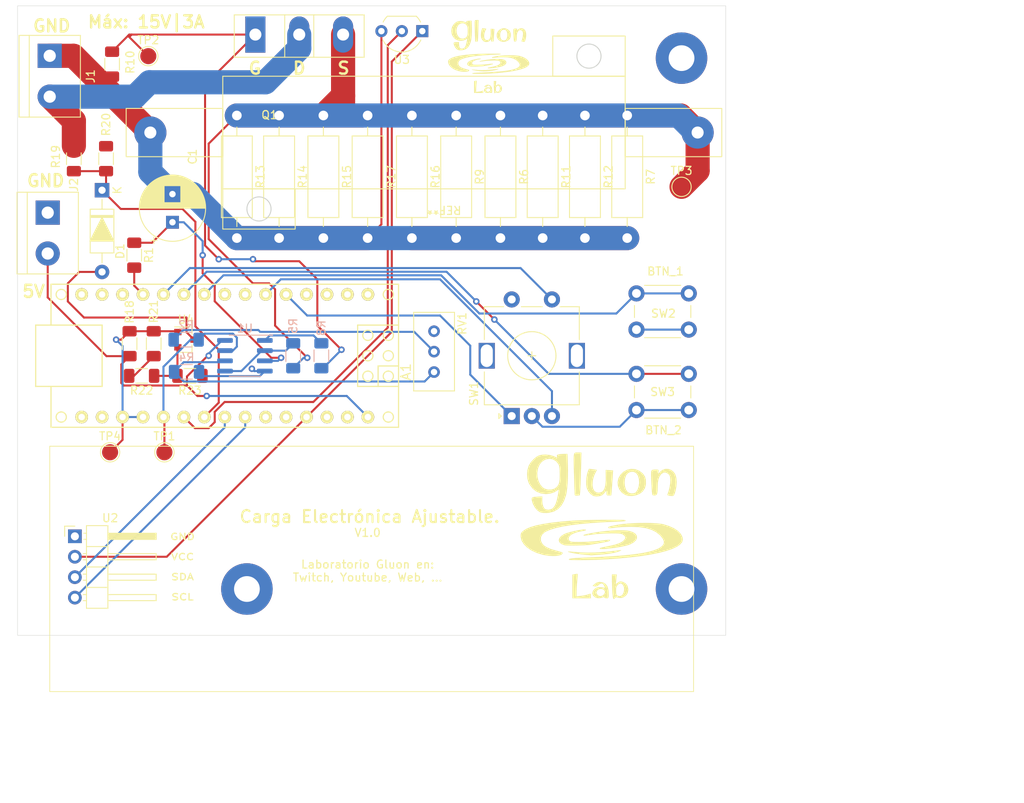
<source format=kicad_pcb>
(kicad_pcb (version 20211014) (generator pcbnew)
  (layers (0 "F.Cu" signal) (31 "B.Cu" signal) (34 "B.Paste" user) (35 "F.Paste" user) (36 "B.SilkS" user "B.Silkscreen") (37 "F.SilkS" user "F.Silkscreen") (38 "B.Mask" user) (39 "F.Mask" user) (44 "Edge.Cuts" user))
  (net 0 "")
  (net 1 "Net-(Q1-Pad1)")
  (net 2 "Analog_REF")
  (net 3 "VOLTAGE_SET")
  (net 4 "BUTTON_ROT")
  (net 5 "CURRENT_SENSE")
  (net 6 "BUTTON_BACK")
  (net 7 "TEMP_SENSOR")
  (net 8 "BUTTON_OK")
  (net 9 "VOLTAGE_SENSE")
  (net 10 "Net-(A1-Pad23)")
  (net 11 "Net-(A1-Pad24)")
  (net 12 "Net-(A1-Pad6)")
  (net 13 "Net-(A1-Pad5)")
  (net 14 "5V")
  (net 15 "V_IN")
  (net 16 "GND")
  (net 17 "Net-(C1-Pad1)")
  (net 18 "V_TEST")
  (net 19 "Net-(Q1-Pad3)")
  (net 20 "Net-(R2-Pad2)")
  (net 21 "Net-(R4-Pad2)")
  (net 22 "Net-(R5-Pad2)")
  (net 23 "Net-(R8-Pad2)")
  (net 24 "Net-(R21-Pad1)")
  (net 25 "Net-(R22-Pad1)")
  (footprint "Arduinos:arduino_nano" (layer "F.Cu") (at 123.25 81 180)
    (fp_text reference "A1" (at -22.5 -2 270) (layer "F.SilkS") (effects (font (size 1.2 1.2))))
    (fp_text value "Arduino_Nano")
    (pad "1" thru_hole circle locked (at -17.78 7.62 180) (size 1.5748 1.5748) (drill 0.8) (layers *.Cu *.Mask "F.SilkS"))
    (pad "2" thru_hole circle locked (at -15.24 7.62 180) (size 1.5748 1.5748) (drill 0.8) (layers *.Cu *.Mask "F.SilkS"))
    (pad "3" thru_hole circle locked (at -12.7 7.62 180) (size 1.5748 1.5748) (drill 0.8) (layers *.Cu *.Mask "F.SilkS"))
    (pad "4" thru_hole circle locked (at -10.16 7.62 180) (size 1.5748 1.5748) (drill 0.8) (layers *.Cu *.Mask "F.SilkS"))
    (pad "5" thru_hole circle locked (at -7.62 7.62 180) (size 1.5748 1.5748) (drill 0.8) (layers *.Cu *.Mask "F.SilkS") (net 13 "Net-(A1-Pad5)"))
    (pad "6" thru_hole circle locked (at -5.08 7.62 180) (size 1.5748 1.5748) (drill 0.8) (layers *.Cu *.Mask "F.SilkS") (net 12 "Net-(A1-Pad6)"))
    (pad "7" thru_hole circle locked (at -2.54 7.62 180) (size 1.5748 1.5748) (drill 0.8) (layers *.Cu *.Mask "F.SilkS"))
    (pad "8" thru_hole circle locked (at 0 7.62 180) (size 1.5748 1.5748) (drill 0.8) (layers *.Cu *.Mask "F.SilkS"))
    (pad "9" thru_hole circle locked (at 2.54 7.62 180) (size 1.5748 1.5748) (drill 0.8) (layers *.Cu *.Mask "F.SilkS") (net 8 "BUTTON_OK"))
    (pad "10" thru_hole circle locked (at 5.08 7.62 180) (size 1.5748 1.5748) (drill 0.8) (layers *.Cu *.Mask "F.SilkS") (net 6 "BUTTON_BACK"))
    (pad "11" thru_hole circle locked (at 7.62 7.62 180) (size 1.5748 1.5748) (drill 0.8) (layers *.Cu *.Mask "F.SilkS") (net 4 "BUTTON_ROT"))
    (pad "12" thru_hole circle locked (at 10.16 7.62 180) (size 1.5748 1.5748) (drill 0.8) (layers *.Cu *.Mask "F.SilkS") (net 3 "VOLTAGE_SET"))
    (pad "13" thru_hole circle locked (at 12.7 7.62 180) (size 1.5748 1.5748) (drill 0.8) (layers *.Cu *.Mask "F.SilkS"))
    (pad "14" thru_hole circle locked (at 15.24 7.62 180) (size 1.5748 1.5748) (drill 0.8) (layers *.Cu *.Mask "F.SilkS"))
    (pad "15" thru_hole circle locked (at 17.78 7.62 180) (size 1.5748 1.5748) (drill 0.8) (layers *.Cu *.Mask "F.SilkS"))
    (pad "16" thru_hole circle locked (at 17.78 -7.62 180) (size 1.5748 1.5748) (drill 0.8) (layers *.Cu *.Mask "F.SilkS"))
    (pad "17" thru_hole circle locked (at 15.24 -7.62 180) (size 1.5748 1.5748) (drill 0.8) (layers *.Cu *.Mask "F.SilkS"))
    (pad "18" thru_hole circle locked (at 12.7 -7.62 180) (size 1.5748 1.5748) (drill 0.8) (layers *.Cu *.Mask "F.SilkS") (net 2 "Analog_REF"))
    (pad "19" thru_hole circle locked (at 10.16 -7.62 180) (size 1.5748 1.5748) (drill 0.8) (layers *.Cu *.Mask "F.SilkS") (net 2 "Analog_REF"))
    (pad "20" thru_hole circle locked (at 7.62 -7.62 180) (size 1.5748 1.5748) (drill 0.8) (layers *.Cu *.Mask "F.SilkS") (net 5 "CURRENT_SENSE"))
    (pad "21" thru_hole circle locked (at 5.08 -7.62 180) (size 1.5748 1.5748) (drill 0.8) (layers *.Cu *.Mask "F.SilkS") (net 7 "TEMP_SENSOR"))
    (pad "22" thru_hole circle locked (at 2.54 -7.62 180) (size 1.5748 1.5748) (drill 0.8) (layers *.Cu *.Mask "F.SilkS") (net 9 "VOLTAGE_SENSE"))
    (pad "23" thru_hole circle locked (at 0 -7.62 180) (size 1.5748 1.5748) (drill 0.8) (layers *.Cu *.Mask "F.SilkS") (net 10 "Net-(A1-Pad23)"))
    (pad "24" thru_hole circle locked (at -2.54 -7.62 180) (size 1.5748 1.5748) (drill 0.8) (layers *.Cu *.Mask "F.SilkS") (net 11 "Net-(A1-Pad24)"))
    (pad "25" thru_hole circle locked (at -5.08 -7.62 180) (size 1.5748 1.5748) (drill 0.8) (layers *.Cu *.Mask "F.SilkS"))
    (pad "26" thru_hole circle locked (at -7.62 -7.62 180) (size 1.5748 1.5748) (drill 0.8) (layers *.Cu *.Mask "F.SilkS"))
    (pad "27" thru_hole circle locked (at -10.16 -7.62 180) (size 1.5748 1.5748) (drill 0.8) (layers *.Cu *.Mask "F.SilkS") (net 14 "5V"))
    (pad "28" thru_hole circle locked (at -12.7 -7.62 180) (size 1.5748 1.5748) (drill 0.8) (layers *.Cu *.Mask "F.SilkS"))
    (pad "29" thru_hole circle locked (at -15.24 -7.62 180) (size 1.5748 1.5748) (drill 0.8) (layers *.Cu *.Mask "F.SilkS"))
    (pad "30" thru_hole circle locked (at -17.78 -7.62 180) (size 1.5748 1.5748) (drill 0.8) (layers *.Cu *.Mask "F.SilkS") (net 15 "V_IN"))
  )
  (footprint "TerminalBlock:TerminalBlock_bornier-2_P5.08mm" (layer "F.Cu") (at 101.5 43.71 -90)
    (fp_text reference "J1" (at 2.54 -5.08 -90) (layer "F.SilkS"))
    (fp_text value "Voltage_test")
    (pad "1" thru_hole rect locked (at 0 0 270) (size 3 3) (drill 1.52) (layers *.Cu *.Mask) (net 16 "GND"))
    (pad "2" thru_hole circle locked (at 5.08 0 270) (size 3 3) (drill 1.52) (layers *.Cu *.Mask) (net 18 "V_TEST"))
  )
  (footprint "Package_TO_SOT_THT:TO-247-3_Vertical" (layer "F.Cu") (at 127.05 41.07)
    (fp_text reference "Q1" (at 1.75 10) (layer "F.SilkS"))
    (fp_text value "IRFP460")
    (pad "1" thru_hole rect locked (at 0 0) (size 2.5 4.5) (drill 1.5) (layers *.Cu *.Mask) (net 1 "Net-(Q1-Pad1)"))
    (pad "2" thru_hole oval locked (at 5.45 0) (size 2.5 4.5) (drill 1.5) (layers *.Cu *.Mask) (net 18 "V_TEST"))
    (pad "3" thru_hole oval locked (at 10.9 0) (size 2.5 4.5) (drill 1.5) (layers *.Cu *.Mask) (net 19 "Net-(Q1-Pad3)"))
  )
  (footprint "Resistor_SMD:R_1206_3216Metric_Pad1.30x1.75mm_HandSolder" (layer "F.Cu") (at 112 68.5 -90)
    (fp_text reference "R1" (at 0 -1.82 90) (layer "F.SilkS"))
    (fp_text value "470R")
    (pad "1" smd roundrect locked (at -1.55 0 270) (size 1.3 1.75) (layers "F.Cu" "F.Paste" "F.Mask") (roundrect_rratio 0.192308) (net 17 "Net-(C1-Pad1)"))
    (pad "2" smd roundrect locked (at 1.55 0 270) (size 1.3 1.75) (layers "F.Cu" "F.Paste" "F.Mask") (roundrect_rratio 0.192308) (net 3 "VOLTAGE_SET"))
  )
  (footprint "Resistor_THT:R_Axial_DIN0411_L9.9mm_D3.6mm_P15.24mm_Horizontal" (layer "F.Cu") (at 157.5 51.13 -90)
    (fp_text reference "R6" (at 7.62 -2.92 90) (layer "F.SilkS"))
    (fp_text value "1/1W")
    (pad "1" thru_hole circle locked (at 0 0 270) (size 2.4 2.4) (drill 1.2) (layers *.Cu *.Mask) (net 19 "Net-(Q1-Pad3)"))
    (pad "2" thru_hole oval locked (at 15.24 0 270) (size 2.4 2.4) (drill 1.2) (layers *.Cu *.Mask) (net 16 "GND"))
  )
  (footprint "Resistor_THT:R_Axial_DIN0411_L9.9mm_D3.6mm_P15.24mm_Horizontal" (layer "F.Cu") (at 173.25 51.13 -90)
    (fp_text reference "R7" (at 7.62 -2.92 90) (layer "F.SilkS"))
    (fp_text value "1/1W")
    (pad "1" thru_hole circle locked (at 0 0 270) (size 2.4 2.4) (drill 1.2) (layers *.Cu *.Mask) (net 19 "Net-(Q1-Pad3)"))
    (pad "2" thru_hole oval locked (at 15.24 0 270) (size 2.4 2.4) (drill 1.2) (layers *.Cu *.Mask) (net 16 "GND"))
  )
  (footprint "Resistor_THT:R_Axial_DIN0411_L9.9mm_D3.6mm_P15.24mm_Horizontal" (layer "F.Cu") (at 152 51.13 -90)
    (fp_text reference "R9" (at 7.62 -2.92 90) (layer "F.SilkS"))
    (fp_text value "1/1w")
    (pad "1" thru_hole circle locked (at 0 0 270) (size 2.4 2.4) (drill 1.2) (layers *.Cu *.Mask) (net 19 "Net-(Q1-Pad3)"))
    (pad "2" thru_hole oval locked (at 15.24 0 270) (size 2.4 2.4) (drill 1.2) (layers *.Cu *.Mask) (net 16 "GND"))
  )
  (footprint "Resistor_SMD:R_1206_3216Metric_Pad1.30x1.75mm_HandSolder" (layer "F.Cu") (at 109.25 44.75 -90)
    (fp_text reference "R10" (at -0.25 -2.25 90) (layer "F.SilkS"))
    (fp_text value " 1Meg")
    (pad "1" smd roundrect locked (at -1.55 0 270) (size 1.3 1.75) (layers "F.Cu" "F.Paste" "F.Mask") (roundrect_rratio 0.192308) (net 1 "Net-(Q1-Pad1)"))
    (pad "2" smd roundrect locked (at 1.55 0 270) (size 1.3 1.75) (layers "F.Cu" "F.Paste" "F.Mask") (roundrect_rratio 0.192308) (net 16 "GND"))
  )
  (footprint "Resistor_THT:R_Axial_DIN0411_L9.9mm_D3.6mm_P15.24mm_Horizontal" (layer "F.Cu") (at 162.75 51.13 -90)
    (fp_text reference "R11" (at 7.62 -2.92 90) (layer "F.SilkS"))
    (fp_text value "1/1w")
    (pad "1" thru_hole circle locked (at 0 0 270) (size 2.4 2.4) (drill 1.2) (layers *.Cu *.Mask) (net 19 "Net-(Q1-Pad3)"))
    (pad "2" thru_hole oval locked (at 15.24 0 270) (size 2.4 2.4) (drill 1.2) (layers *.Cu *.Mask) (net 16 "GND"))
  )
  (footprint "Resistor_THT:R_Axial_DIN0411_L9.9mm_D3.6mm_P15.24mm_Horizontal" (layer "F.Cu") (at 168 51.13 -90)
    (fp_text reference "R12" (at 7.62 -2.92 90) (layer "F.SilkS"))
    (fp_text value "1/1w")
    (pad "1" thru_hole circle locked (at 0 0 270) (size 2.4 2.4) (drill 1.2) (layers *.Cu *.Mask) (net 19 "Net-(Q1-Pad3)"))
    (pad "2" thru_hole oval locked (at 15.24 0 270) (size 2.4 2.4) (drill 1.2) (layers *.Cu *.Mask) (net 16 "GND"))
  )
  (footprint "Capacitor_THT:CP_Radial_D8.0mm_P3.50mm" (layer "F.Cu") (at 116.75 64.402651 90)
    (fp_text reference "C1" (at 8.152651 2.5 90) (layer "F.SilkS"))
    (fp_text value "470uF")
    (pad "1" thru_hole rect locked (at 0 0 90) (size 1.6 1.6) (drill 0.8) (layers *.Cu *.Mask) (net 17 "Net-(C1-Pad1)"))
    (pad "2" thru_hole circle locked (at 3.5 0 90) (size 1.6 1.6) (drill 0.8) (layers *.Cu *.Mask) (net 16 "GND"))
  )
  (footprint "Diode_THT:D_A-405_P10.16mm_Horizontal" (layer "F.Cu") (at 108 60.42 -90)
    (fp_text reference "D1" (at 7.58 -2.25 90) (layer "F.SilkS"))
    (fp_text value "Zener 5v")
    (fp_text user "K" (at 0 -1.9 90) (layer "F.SilkS"))
    (pad "1" thru_hole rect locked (at 0 0 270) (size 1.8 1.8) (drill 0.9) (layers *.Cu *.Mask) (net 9 "VOLTAGE_SENSE"))
    (pad "2" thru_hole oval locked (at 10.16 0 270) (size 1.8 1.8) (drill 0.9) (layers *.Cu *.Mask) (net 16 "GND"))
  )
  (footprint "TerminalBlock:TerminalBlock_bornier-2_P5.08mm" (layer "F.Cu") (at 101.25 63.21 -90)
    (fp_text reference "J2" (at -3.46 -3.25 -90) (layer "F.SilkS"))
    (fp_text value "Voltage_IN")
    (pad "1" thru_hole rect locked (at 0 0 270) (size 3 3) (drill 1.52) (layers *.Cu *.Mask) (net 16 "GND"))
    (pad "2" thru_hole circle locked (at 5.08 0 270) (size 3 3) (drill 1.52) (layers *.Cu *.Mask) (net 15 "V_IN"))
  )
  (footprint "Resistor_THT:R_Axial_DIN0411_L9.9mm_D3.6mm_P15.24mm_Horizontal" (layer "F.Cu") (at 124.75 51.13 -90)
    (fp_text reference "R13" (at 7.62 -2.92 90) (layer "F.SilkS"))
    (fp_text value "1/1W")
    (pad "1" thru_hole circle locked (at 0 0 270) (size 2.4 2.4) (drill 1.2) (layers *.Cu *.Mask) (net 19 "Net-(Q1-Pad3)"))
    (pad "2" thru_hole oval locked (at 15.24 0 270) (size 2.4 2.4) (drill 1.2) (layers *.Cu *.Mask) (net 16 "GND"))
  )
  (footprint "Resistor_THT:R_Axial_DIN0411_L9.9mm_D3.6mm_P15.24mm_Horizontal" (layer "F.Cu") (at 130 51.13 -90)
    (fp_text reference "R14" (at 7.62 -2.92 90) (layer "F.SilkS"))
    (fp_text value "1/1w")
    (pad "1" thru_hole circle locked (at 0 0 270) (size 2.4 2.4) (drill 1.2) (layers *.Cu *.Mask) (net 19 "Net-(Q1-Pad3)"))
    (pad "2" thru_hole oval locked (at 15.24 0 270) (size 2.4 2.4) (drill 1.2) (layers *.Cu *.Mask) (net 16 "GND"))
  )
  (footprint "Resistor_THT:R_Axial_DIN0411_L9.9mm_D3.6mm_P15.24mm_Horizontal" (layer "F.Cu") (at 135.5 51.13 -90)
    (fp_text reference "R15" (at 7.62 -2.92 90) (layer "F.SilkS"))
    (fp_text value "1/1w")
    (pad "1" thru_hole circle locked (at 0 0 270) (size 2.4 2.4) (drill 1.2) (layers *.Cu *.Mask) (net 19 "Net-(Q1-Pad3)"))
    (pad "2" thru_hole oval locked (at 15.24 0 270) (size 2.4 2.4) (drill 1.2) (layers *.Cu *.Mask) (net 16 "GND"))
  )
  (footprint "Resistor_THT:R_Axial_DIN0411_L9.9mm_D3.6mm_P15.24mm_Horizontal" (layer "F.Cu") (at 146.5 51.13 -90)
    (fp_text reference "R16" (at 7.62 -2.92 90) (layer "F.SilkS"))
    (fp_text value "1/1w")
    (pad "1" thru_hole circle locked (at 0 0 270) (size 2.4 2.4) (drill 1.2) (layers *.Cu *.Mask) (net 19 "Net-(Q1-Pad3)"))
    (pad "2" thru_hole oval locked (at 15.24 0 270) (size 2.4 2.4) (drill 1.2) (layers *.Cu *.Mask) (net 16 "GND"))
  )
  (footprint "Resistor_THT:R_Axial_DIN0411_L9.9mm_D3.6mm_P15.24mm_Horizontal" (layer "F.Cu") (at 141 51.13 -90)
    (fp_text reference "R17" (at 7.62 -2.92 90) (layer "F.SilkS"))
    (fp_text value "1/1W")
    (pad "1" thru_hole circle locked (at 0 0 270) (size 2.4 2.4) (drill 1.2) (layers *.Cu *.Mask) (net 19 "Net-(Q1-Pad3)"))
    (pad "2" thru_hole oval locked (at 15.24 0 270) (size 2.4 2.4) (drill 1.2) (layers *.Cu *.Mask) (net 16 "GND"))
  )
  (footprint "Resistor_SMD:R_1206_3216Metric_Pad1.30x1.75mm_HandSolder" (layer "F.Cu") (at 111.42 79.5 -90)
    (fp_text reference "R18" (at -3.95 0 -90) (layer "F.SilkS"))
    (fp_text value "680")
    (pad "1" smd roundrect locked (at -1.55 0 270) (size 1.3 1.75) (layers "F.Cu" "F.Paste" "F.Mask") (roundrect_rratio 0.192308) (net 2 "Analog_REF"))
    (pad "2" smd roundrect locked (at 1.55 0 270) (size 1.3 1.75) (layers "F.Cu" "F.Paste" "F.Mask") (roundrect_rratio 0.192308) (net 15 "V_IN"))
  )
  (footprint "Resistor_SMD:R_1206_3216Metric_Pad1.30x1.75mm_HandSolder" (layer "F.Cu") (at 104.5 56.5 90)
    (fp_text reference "R19" (at 0.25 -2.25 90) (layer "F.SilkS"))
    (fp_text value "33k")
    (pad "1" smd roundrect locked (at -1.55 0 90) (size 1.3 1.75) (layers "F.Cu" "F.Paste" "F.Mask") (roundrect_rratio 0.192308) (net 9 "VOLTAGE_SENSE"))
    (pad "2" smd roundrect locked (at 1.55 0 90) (size 1.3 1.75) (layers "F.Cu" "F.Paste" "F.Mask") (roundrect_rratio 0.192308) (net 18 "V_TEST"))
  )
  (footprint "Resistor_SMD:R_1206_3216Metric_Pad1.30x1.75mm_HandSolder" (layer "F.Cu") (at 108.5 56.5 -90)
    (fp_text reference "R20" (at -4.25 0 90) (layer "F.SilkS"))
    (fp_text value "10k")
    (pad "1" smd roundrect locked (at -1.55 0 270) (size 1.3 1.75) (layers "F.Cu" "F.Paste" "F.Mask") (roundrect_rratio 0.192308) (net 16 "GND"))
    (pad "2" smd roundrect locked (at 1.55 0 270) (size 1.3 1.75) (layers "F.Cu" "F.Paste" "F.Mask") (roundrect_rratio 0.192308) (net 9 "VOLTAGE_SENSE"))
  )
  (footprint "Resistor_SMD:R_1206_3216Metric_Pad1.30x1.75mm_HandSolder" (layer "F.Cu") (at 114.42 79.5 90)
    (fp_text reference "R21" (at 4 0 90) (layer "F.SilkS"))
    (fp_text value "330")
    (pad "1" smd roundrect locked (at -1.55 0 90) (size 1.3 1.75) (layers "F.Cu" "F.Paste" "F.Mask") (roundrect_rratio 0.192308) (net 24 "Net-(R21-Pad1)"))
    (pad "2" smd roundrect locked (at 1.55 0 90) (size 1.3 1.75) (layers "F.Cu" "F.Paste" "F.Mask") (roundrect_rratio 0.192308) (net 2 "Analog_REF"))
  )
  (footprint "Resistor_SMD:R_1206_3216Metric_Pad1.30x1.75mm_HandSolder" (layer "F.Cu") (at 112.92 83.5 180)
    (fp_text reference "R22" (at 0 -1.82) (layer "F.SilkS"))
    (fp_text value "2k2")
    (pad "1" smd roundrect locked (at -1.55 0 180) (size 1.3 1.75) (layers "F.Cu" "F.Paste" "F.Mask") (roundrect_rratio 0.192308) (net 25 "Net-(R22-Pad1)"))
    (pad "2" smd roundrect locked (at 1.55 0 180) (size 1.3 1.75) (layers "F.Cu" "F.Paste" "F.Mask") (roundrect_rratio 0.192308) (net 24 "Net-(R21-Pad1)"))
  )
  (footprint "Resistor_SMD:R_1206_3216Metric_Pad1.30x1.75mm_HandSolder" (layer "F.Cu") (at 118.92 83.5 180)
    (fp_text reference "R23" (at 0 -1.82) (layer "F.SilkS"))
    (fp_text value "1k5")
    (pad "1" smd roundrect locked (at -1.55 0 180) (size 1.3 1.75) (layers "F.Cu" "F.Paste" "F.Mask") (roundrect_rratio 0.192308) (net 16 "GND"))
    (pad "2" smd roundrect locked (at 1.55 0 180) (size 1.3 1.75) (layers "F.Cu" "F.Paste" "F.Mask") (roundrect_rratio 0.192308) (net 25 "Net-(R22-Pad1)"))
  )
  (footprint "Potentiometer_THT:Potentiometer_Bourns_3296W_Vertical" (layer "F.Cu") (at 149.25 77.95 90)
    (fp_text reference "RV1" (at 0.95 3.5 90) (layer "F.SilkS"))
    (fp_text value "200")
    (pad "1" thru_hole circle locked (at 0 0 90) (size 1.44 1.44) (drill 0.8) (layers *.Cu *.Mask))
    (pad "2" thru_hole circle locked (at -2.54 0 90) (size 1.44 1.44) (drill 0.8) (layers *.Cu *.Mask) (net 20 "Net-(R2-Pad2)"))
    (pad "3" thru_hole circle locked (at -5.08 0 90) (size 1.44 1.44) (drill 0.8) (layers *.Cu *.Mask) (net 21 "Net-(R4-Pad2)"))
  )
  (footprint "Rotary_Encoder:RotaryEncoder_Alps_EC11E-Switch_Vertical_H20mm" (layer "F.Cu") (at 158.9 88.5 90)
    (fp_text reference "SW1" (at 2.8 -4.7 90) (layer "F.SilkS"))
    (fp_text value "Rotary_Encoder_Switch")
    (pad "A" thru_hole rect locked (at 0 0 90) (size 2 2) (drill 1) (layers *.Cu *.Mask) (net 13 "Net-(A1-Pad5)"))
    (pad "B" thru_hole circle locked (at 0 5 90) (size 2 2) (drill 1) (layers *.Cu *.Mask) (net 12 "Net-(A1-Pad6)"))
    (pad "C" thru_hole circle locked (at 0 2.5 90) (size 2 2) (drill 1) (layers *.Cu *.Mask) (net 16 "GND"))
    (pad "MP" thru_hole rect locked (at 7.5 8.1 90) (size 3.2 2) (drill oval 2.8 1.5) (layers *.Cu *.Mask))
    (pad "MP" thru_hole rect locked (at 7.5 -3.1 90) (size 3.2 2) (drill oval 2.8 1.5) (layers *.Cu *.Mask))
    (pad "S1" thru_hole circle locked (at 14.5 5 90) (size 2 2) (drill 1) (layers *.Cu *.Mask) (net 4 "BUTTON_ROT"))
    (pad "S2" thru_hole circle locked (at 14.5 0 90) (size 2 2) (drill 1) (layers *.Cu *.Mask) (net 16 "GND"))
  )
  (footprint "Button_Switch_THT:SW_PUSH_6mm_H4.3mm" (layer "F.Cu") (at 180.9 77.75 180)
    (fp_text reference "SW2" (at 3.15 2) (layer "F.SilkS"))
    (fp_text value "Btn.OK")
    (pad "1" thru_hole circle locked (at 6.5 0 270) (size 2 2) (drill 1.1) (layers *.Cu *.Mask) (net 16 "GND"))
    (pad "1" thru_hole circle locked (at 0 0 270) (size 2 2) (drill 1.1) (layers *.Cu *.Mask) (net 16 "GND"))
    (pad "2" thru_hole circle locked (at 0 4.5 270) (size 2 2) (drill 1.1) (layers *.Cu *.Mask) (net 8 "BUTTON_OK"))
    (pad "2" thru_hole circle locked (at 6.5 4.5 270) (size 2 2) (drill 1.1) (layers *.Cu *.Mask) (net 8 "BUTTON_OK"))
  )
  (footprint "Button_Switch_THT:SW_PUSH_6mm_H4.3mm" (layer "F.Cu") (at 180.9 87.75 180)
    (fp_text reference "SW3" (at 3.25 2.25) (layer "F.SilkS"))
    (fp_text value "Btn.BCK")
    (pad "1" thru_hole circle locked (at 6.5 0 270) (size 2 2) (drill 1.1) (layers *.Cu *.Mask) (net 16 "GND"))
    (pad "1" thru_hole circle locked (at 0 0 270) (size 2 2) (drill 1.1) (layers *.Cu *.Mask) (net 16 "GND"))
    (pad "2" thru_hole circle locked (at 0 4.5 270) (size 2 2) (drill 1.1) (layers *.Cu *.Mask) (net 6 "BUTTON_BACK"))
    (pad "2" thru_hole circle locked (at 6.5 4.5 270) (size 2 2) (drill 1.1) (layers *.Cu *.Mask) (net 6 "BUTTON_BACK"))
  )
  (footprint "Connector_PinHeader_2.54mm:PinHeader_1x04_P2.54mm_Horizontal" (layer "F.Cu") (at 104.625 103.45)
    (fp_text reference "U2" (at 4.385 -2.27) (layer "F.SilkS"))
    (fp_text value "Pantalla_LCD_16x2_i2c")
    (pad "1" thru_hole rect locked (at 0 0) (size 1.7 1.7) (drill 1) (layers *.Cu *.Mask) (net 16 "GND"))
    (pad "2" thru_hole oval locked (at 0 2.54) (size 1.7 1.7) (drill 1) (layers *.Cu *.Mask) (net 14 "5V"))
    (pad "3" thru_hole oval locked (at 0 5.08) (size 1.7 1.7) (drill 1) (layers *.Cu *.Mask) (net 10 "Net-(A1-Pad23)"))
    (pad "4" thru_hole oval locked (at 0 7.62) (size 1.7 1.7) (drill 1) (layers *.Cu *.Mask) (net 11 "Net-(A1-Pad24)"))
  )
  (footprint "Package_TO_SOT_SMD:SOT-23" (layer "F.Cu") (at 118.42 79)
    (fp_text reference "U4" (at 0 -2.5) (layer "F.SilkS"))
    (fp_text value "TL431DBZ")
    (pad "1" smd rect locked (at -1 -0.95) (size 0.9 0.8) (layers "F.Cu" "F.Paste" "F.Mask") (net 2 "Analog_REF"))
    (pad "2" smd rect locked (at -1 0.95) (size 0.9 0.8) (layers "F.Cu" "F.Paste" "F.Mask") (net 25 "Net-(R22-Pad1)"))
    (pad "3" smd rect locked (at 1 0) (size 0.9 0.8) (layers "F.Cu" "F.Paste" "F.Mask") (net 16 "GND"))
  )
  (footprint "Package_TO_SOT_THT:TO-92_Inline_Wide" (layer "F.Cu") (at 147.79 40.64 180)
    (fp_text reference "U3" (at 2.54 -3.56) (layer "F.SilkS"))
    (fp_text value "LM35-LP")
    (pad "1" thru_hole rect locked (at 0 0 180) (size 1.5 1.5) (drill 0.8) (layers *.Cu *.Mask) (net 14 "5V"))
    (pad "2" thru_hole circle locked (at 2.54 0 180) (size 1.5 1.5) (drill 0.8) (layers *.Cu *.Mask) (net 7 "TEMP_SENSOR"))
    (pad "3" thru_hole circle locked (at 5.08 0 180) (size 1.5 1.5) (drill 0.8) (layers *.Cu *.Mask) (net 16 "GND"))
  )
  (footprint "TestPoint:TestPoint_Pad_D2.0mm" (layer "F.Cu") (at 115.75 93)
    (fp_text reference "TP1" (at 0 -1.998) (layer "F.SilkS"))
    (fp_text value "TestPoint")
    (pad "1" smd circle locked (at 0 0) (size 2 2) (layers "F.Cu" "F.Mask") (net 5 "CURRENT_SENSE"))
  )
  (footprint "GluonLib:PowerResistor_L49_W14_MountingHoles" (layer "F.Cu") (at 148 53.25)
    (fp_text reference "REF**" (at 2.5 9.63 180 unlocked) (layer "F.SilkS"))
    (fp_text value "PowerResistor_L49_W14_MountingHoles")
    (fp_circle (center 20.5 -9.5) (end 22 -9.5) (layer "Edge.Cuts") (width 0.12) (fill none))
    (fp_circle (center -20.5 9.5) (end -19 9.5) (layer "Edge.Cuts") (width 0.12) (fill none))
    (pad "1" thru_hole circle (at 34 0) (size 4 4) (drill 1.5) (layers *.Cu *.Mask) (net 19 "Net-(Q1-Pad3)"))
    (pad "2" thru_hole circle (at -34 0) (size 4 4) (drill 1.5) (layers *.Cu *.Mask) (net 16 "GND"))
  )
  (footprint "GluonLib:LogoGluon_25mm" (layer "F.Cu") (at 170 101.5)
    (fp_text reference "G***" hide)
    (fp_text value "LOGO" hide)
  )
  (footprint "MountingHole:MountingHole_3.2mm_M3_Pad_TopBottom" (layer "F.Cu") (at 126 110)
    (fp_text reference "REF**" hide)
    (fp_text value "MountingHole_3.2mm_M3_Pad_TopBottom")
    (pad "1" connect circle locked (at 0 0) (size 6.4 6.4) (layers "F.Cu" "F.Mask"))
    (pad "1" thru_hole circle locked (at 0 0) (size 3.6 3.6) (drill 3.2) (layers *.Cu *.Mask))
    (pad "1" connect circle locked (at 0 0) (size 6.4 6.4) (layers "B.Cu" "B.Mask"))
  )
  (footprint "TestPoint:TestPoint_Pad_D2.0mm" (layer "F.Cu") (at 113.75 43.75)
    (fp_text reference "TP2" (at 0 -1.998) (layer "F.SilkS"))
    (fp_text value "TestPoint")
    (pad "1" smd circle locked (at 0 0) (size 2 2) (layers "F.Cu" "F.Mask") (net 1 "Net-(Q1-Pad1)"))
  )
  (footprint "MountingHole:MountingHole_3.2mm_M3_Pad_TopBottom" (layer "F.Cu") (at 180 44)
    (fp_text reference "REF**" hide)
    (fp_text value "MountingHole_3.2mm_M3_Pad_TopBottom")
    (pad "1" connect circle locked (at 0 0) (size 6.4 6.4) (layers "F.Cu" "F.Mask"))
    (pad "1" thru_hole circle locked (at 0 0) (size 3.6 3.6) (drill 3.2) (layers *.Cu *.Mask))
    (pad "1" connect circle locked (at 0 0) (size 6.4 6.4) (layers "B.Cu" "B.Mask"))
  )
  (footprint "TestPoint:TestPoint_Pad_D2.0mm" (layer "F.Cu") (at 180 60)
    (fp_text reference "TP3" (at 0 -1.998) (layer "F.SilkS"))
    (fp_text value "TestPoint")
    (pad "1" smd circle locked (at 0 0) (size 2 2) (layers "F.Cu" "F.Mask") (net 19 "Net-(Q1-Pad3)"))
  )
  (footprint "GluonLib:g" (layer "F.Cu") (at 156 43.5)
    (fp_text reference "G***" hide)
    (fp_text value "LOGO" hide)
  )
  (footprint "MountingHole:MountingHole_3.2mm_M3_Pad_TopBottom" (layer "F.Cu") (at 180 110)
    (fp_text reference "REF**" hide)
    (fp_text value "MountingHole_3.2mm_M3_Pad_TopBottom")
    (pad "1" connect circle locked (at 0 0) (size 6.4 6.4) (layers "B.Cu" "B.Mask"))
    (pad "1" thru_hole circle locked (at 0 0) (size 3.6 3.6) (drill 3.2) (layers *.Cu *.Mask))
    (pad "1" connect circle locked (at 0 0) (size 6.4 6.4) (layers "F.Cu" "F.Mask"))
  )
  (footprint "TestPoint:TestPoint_Pad_D2.0mm" (layer "F.Cu") (at 109 93)
    (fp_text reference "TP4" (at 0 -1.998) (layer "F.SilkS"))
    (fp_text value "AnalogRef")
    (pad "1" smd circle locked (at 0 0) (size 2 2) (layers "F.Cu" "F.Mask") (net 2 "Analog_REF"))
  )
  (footprint "Resistor_SMD:R_1206_3216Metric_Pad1.30x1.75mm_HandSolder" (layer "B.Cu") (at 118.45 79 180)
    (fp_text reference "R2" (at 0 1.82) (layer "B.SilkS") (effects (justify mirror)))
    (fp_text value "1k")
    (pad "1" smd roundrect locked (at -1.55 0 180) (size 1.3 1.75) (layers "B.Cu" "B.Paste" "B.Mask") (roundrect_rratio 0.192308) (net 5 "CURRENT_SENSE"))
    (pad "2" smd roundrect locked (at 1.55 0 180) (size 1.3 1.75) (layers "B.Cu" "B.Paste" "B.Mask") (roundrect_rratio 0.192308) (net 20 "Net-(R2-Pad2)"))
  )
  (footprint "Resistor_SMD:R_1206_3216Metric_Pad1.30x1.75mm_HandSolder" (layer "B.Cu") (at 118.5 83 180)
    (fp_text reference "R4" (at 0 1.82) (layer "B.SilkS") (effects (justify mirror)))
    (fp_text value "3k3")
    (pad "1" smd roundrect locked (at -1.55 0 180) (size 1.3 1.75) (layers "B.Cu" "B.Paste" "B.Mask") (roundrect_rratio 0.192308) (net 16 "GND"))
    (pad "2" smd roundrect locked (at 1.55 0 180) (size 1.3 1.75) (layers "B.Cu" "B.Paste" "B.Mask") (roundrect_rratio 0.192308) (net 21 "Net-(R4-Pad2)"))
  )
  (footprint "Resistor_SMD:R_1206_3216Metric_Pad1.30x1.75mm_HandSolder" (layer "B.Cu") (at 131.75 81 90)
    (fp_text reference "R5" (at 3.7 0 90) (layer "B.SilkS") (effects (justify mirror)))
    (fp_text value "10k; 1/4w")
    (pad "1" smd roundrect locked (at -1.55 0 90) (size 1.3 1.75) (layers "B.Cu" "B.Paste" "B.Mask") (roundrect_rratio 0.192308) (net 19 "Net-(Q1-Pad3)"))
    (pad "2" smd roundrect locked (at 1.55 0 90) (size 1.3 1.75) (layers "B.Cu" "B.Paste" "B.Mask") (roundrect_rratio 0.192308) (net 22 "Net-(R5-Pad2)"))
  )
  (footprint "Resistor_SMD:R_1206_3216Metric_Pad1.30x1.75mm_HandSolder" (layer "B.Cu") (at 135.25 81 90)
    (fp_text reference "R8" (at 3.45 0 90) (layer "B.SilkS") (effects (justify mirror)))
    (fp_text value "100")
    (pad "1" smd roundrect locked (at -1.55 0 90) (size 1.3 1.75) (layers "B.Cu" "B.Paste" "B.Mask") (roundrect_rratio 0.192308) (net 1 "Net-(Q1-Pad1)"))
    (pad "2" smd roundrect locked (at 1.55 0 90) (size 1.3 1.75) (layers "B.Cu" "B.Paste" "B.Mask") (roundrect_rratio 0.192308) (net 23 "Net-(R8-Pad2)"))
  )
  (footprint "Package_SO:SOIC-8_3.9x4.9mm_P1.27mm" (layer "B.Cu") (at 125.75 81 180)
    (fp_text reference "U1" (at 0 3.4) (layer "B.SilkS") (effects (justify mirror)))
    (fp_text value "TL072")
    (pad "1" smd roundrect locked (at -2.475 1.905 180) (size 1.95 0.6) (layers "B.Cu" "B.Paste" "B.Mask") (net 23 "Net-(R8-Pad2)"))
    (pad "2" smd roundrect locked (at -2.475 0.635 180) (size 1.95 0.6) (layers "B.Cu" "B.Paste" "B.Mask") (net 22 "Net-(R5-Pad2)"))
    (pad "3" smd roundrect locked (at -2.475 -0.635 180) (size 1.95 0.6) (layers "B.Cu" "B.Paste" "B.Mask") (net 17 "Net-(C1-Pad1)"))
    (pad "4" smd roundrect locked (at -2.475 -1.905 180) (size 1.95 0.6) (layers "B.Cu" "B.Paste" "B.Mask") (net 16 "GND"))
    (pad "5" smd roundrect locked (at 2.475 -1.905 180) (size 1.95 0.6) (layers "B.Cu" "B.Paste" "B.Mask") (net 22 "Net-(R5-Pad2)"))
    (pad "6" smd roundrect locked (at 2.475 -0.635 180) (size 1.95 0.6) (layers "B.Cu" "B.Paste" "B.Mask") (net 21 "Net-(R4-Pad2)"))
    (pad "7" smd roundrect locked (at 2.475 0.635 180) (size 1.95 0.6) (layers "B.Cu" "B.Paste" "B.Mask") (net 5 "CURRENT_SENSE"))
    (pad "8" smd roundrect locked (at 2.475 1.905 180) (size 1.95 0.6) (layers "B.Cu" "B.Paste" "B.Mask") (net 15 "V_IN"))
  )
  (gr_rect (start 101.5 92.25) (end 181.5 122.75) (layer "F.SilkS") (width 0.1) (fill none))
  (gr_poly (pts (xy 109.47 66.75) (xy 106.5 66.75) (xy 108 63.8)) (layer "F.SilkS") (width 0.12) (fill solid))
  (gr_rect (start 185.5 115.75) (end 97.5 37.5) (layer "Edge.Cuts") (width 0.05) (fill none))
  (gr_text "Laboratorio Gluon en:\nTwitch, Youtube, Web, ..." (at 141 107.75) (layer "F.SilkS") (effects (font (size 1 1))))
  (gr_text "GND" (at 101.75 40) (layer "F.SilkS") (effects (font (size 1.5 1.5) (thickness 0.3))))
  (gr_text "G" (at 127 45.25) (layer "F.SilkS") (effects (font (size 1.5 1.5) (thickness 0.3))))
  (gr_text "SCL\n" (at 118 111) (layer "F.SilkS") (effects (font (size 0.8 1))))
  (gr_text "VCC\n" (at 118 106) (layer "F.SilkS") (effects (font (size 0.8 1))))
  (gr_text "D" (at 132.5 45.25) (layer "F.SilkS") (effects (font (size 1.5 1.5) (thickness 0.3))))
  (gr_text "GND" (at 101 59.25) (layer "F.SilkS") (effects (font (size 1.5 1.5) (thickness 0.3))))
  (gr_text "5V" (at 99.5 73) (layer "F.SilkS") (effects (font (size 1.5 1.5) (thickness 0.3))))
  (gr_text "S" (at 138 45.25) (layer "F.SilkS") (effects (font (size 1.5 1.5) (thickness 0.3))))
  (gr_text "BTN_2" (at 177.75 90.25) (layer "F.SilkS") (effects (font (size 1 1))))
  (gr_text "SDA" (at 118 108.5) (layer "F.SilkS") (effects (font (size 0.8 1))))
  (gr_text "BTN_1" (at 178 70.5) (layer "F.SilkS") (effects (font (size 1 1))))
  (gr_text "Máx: 15V|3A" (at 113.5 39.5) (layer "F.SilkS") (effects (font (size 1.5 1.5) (thickness 0.3))))
  (gr_text "Carga Electrónica Ajustable." (at 141.25 101) (layer "F.SilkS") (effects (font (size 1.5 1.5) (thickness 0.25))))
  (gr_text "V1.0" (at 141 103) (layer "F.SilkS") (effects (font (size 1 1))))
  (gr_text "GND" (at 118 103.5) (layer "F.SilkS") (effects (font (size 0.8 1))))
  (segment (start 111.38 41.07) (end 111.225 41.225) (width 0.25) (layer "F.Cu") (net 1))
  (segment (start 111.25 41.25) (end 111.5 41.25) (width 0.25) (layer "F.Cu") (net 1))
  (segment (start 122.5 69) (end 120.80048 67.30048) (width 0.25) (layer "F.Cu") (net 1))
  (segment (start 127 69.25) (end 126.75 69) (width 0.25) (layer "F.Cu") (net 1))
  (segment (start 111.25 41.25) (end 111.225 41.225) (width 0.25) (layer "F.Cu") (net 1))
  (segment (start 134.75 71.5) (end 132.5 69.25) (width 0.25) (layer "F.Cu") (net 1))
  (segment (start 113.75 43.75) (end 111.25 41.25) (width 0.25) (layer "F.Cu") (net 1))
  (segment (start 127.05 41.07) (end 111.68 41.07) (width 0.25) (layer "F.Cu") (net 1))
  (segment (start 134.75 77.25) (end 134.75 71.5) (width 0.25) (layer "F.Cu") (net 1))
  (segment (start 120.80048 47.31952) (end 127.05 41.07) (width 0.25) (layer "F.Cu") (net 1))
  (segment (start 111.5 41.25) (end 111.68 41.07) (width 0.25) (layer "F.Cu") (net 1))
  (segment (start 120.80048 67.30048) (end 120.80048 47.31952) (width 0.25) (layer "F.Cu") (net 1))
  (segment (start 111.68 41.07) (end 111.38 41.07) (width 0.25) (layer "F.Cu") (net 1))
  (segment (start 137.75 80.25) (end 134.75 77.25) (width 0.25) (layer "F.Cu") (net 1))
  (segment (start 132.5 69.25) (end 127 69.25) (width 0.25) (layer "F.Cu") (net 1))
  (segment (start 111.225 41.225) (end 109.25 43.2) (width 0.25) (layer "F.Cu") (net 1))
  (via (at 122.5 69) (size 0.8) (drill 0.4) (layers "F.Cu" "B.Cu") (net 1))
  (via (at 137.75 80.25) (size 0.8) (drill 0.4) (layers "F.Cu" "B.Cu") (net 1))
  (via (at 126.75 69) (size 0.8) (drill 0.4) (layers "F.Cu" "B.Cu") (net 1))
  (segment (start 135.45 82.55) (end 137.75 80.25) (width 0.25) (layer "B.Cu") (net 1))
  (segment (start 126.75 69) (end 122.5 69) (width 0.25) (layer "B.Cu") (net 1))
  (segment (start 135.25 82.55) (end 135.45 82.55) (width 0.25) (layer "B.Cu") (net 1))
  (segment (start 109 93) (end 110.55 91.45) (width 0.25) (layer "F.Cu") (net 2))
  (segment (start 117.32 77.95) (end 117.42 78.05) (width 0.25) (layer "F.Cu") (net 2))
  (segment (start 114.42 77.95) (end 117.32 77.95) (width 0.25) (layer "F.Cu") (net 2))
  (segment (start 109.75 79) (end 110.37 79) (width 0.25) (layer "F.Cu") (net 2))
  (segment (start 110.37 79) (end 111.42 77.95) (width 0.25) (layer "F.Cu") (net 2))
  (segment (start 110.55 91.45) (end 110.55 88.62) (width 0.25) (layer "F.Cu") (net 2))
  (segment (start 111.42 77.95) (end 114.42 77.95) (width 0.25) (layer "F.Cu") (net 2))
  (via (at 109.75 79) (size 0.8) (drill 0.4) (layers "F.Cu" "B.Cu") (net 2))
  (segment (start 110.55 79.8) (end 109.75 79) (width 0.25) (layer "B.Cu") (net 2))
  (segment (start 110.55 88.62) (end 113.09 88.62) (width 0.25) (layer "B.Cu") (net 2))
  (segment (start 110.55 88.62) (end 110.55 79.8) (width 0.25) (layer "B.Cu") (net 2))
  (segment (start 112 72.29) (end 113.09 73.38) (width 0.25) (layer "F.Cu") (net 3))
  (segment (start 112 70.05) (end 112 72.29) (width 0.25) (layer "F.Cu") (net 3))
  (segment (start 163.9 74) (end 160.00096 70.10096) (width 0.25) (layer "B.Cu") (net 4))
  (segment (start 160.00096 70.10096) (end 118.90904 70.10096) (width 0.25) (layer "B.Cu") (net 4))
  (segment (start 118.90904 70.10096) (end 115.63 73.38) (width 0.25) (layer "B.Cu") (net 4))
  (segment (start 115.75 88.74) (end 115.63 88.62) (width 0.25) (layer "F.Cu") (net 5))
  (segment (start 115.75 93) (end 115.75 88.74) (width 0.25) (layer "F.Cu") (net 5))
  (segment (start 124.249999 80.365) (end 124.75 79.864999) (width 0.25) (layer "B.Cu") (net 5))
  (segment (start 124.75 78.75) (end 124.25 78.25) (width 0.25) (layer "B.Cu") (net 5))
  (segment (start 115.63 88.62) (end 115.63 82.37) (width 0.25) (layer "B.Cu") (net 5))
  (segment (start 115.63 82.37) (end 119 79) (width 0.25) (layer "B.Cu") (net 5))
  (segment (start 119 79) (end 120 79) (width 0.25) (layer "B.Cu") (net 5))
  (segment (start 123.275 80.365) (end 124.249999 80.365) (width 0.25) (layer "B.Cu") (net 5))
  (segment (start 120.75 78.25) (end 120 79) (width 0.25) (layer "B.Cu") (net 5))
  (segment (start 124.25 78.25) (end 120.75 78.25) (width 0.25) (layer "B.Cu") (net 5))
  (segment (start 124.75 79.864999) (end 124.75 78.75) (width 0.25) (layer "B.Cu") (net 5))
  (segment (start 156.75 76.5) (end 154.5 74.25) (width 0.25) (layer "F.Cu") (net 6))
  (segment (start 174.4 83.25) (end 180.9 83.25) (width 0.25) (layer "F.Cu") (net 6))
  (via (at 156.75 76.5) (size 0.8) (drill 0.4) (layers "F.Cu" "B.Cu") (net 6))
  (via (at 154.5 74.25) (size 0.8) (drill 0.4) (layers "F.Cu" "B.Cu") (net 6))
  (segment (start 163.5 83.25) (end 156.75 76.5) (width 0.25) (layer "B.Cu") (net 6))
  (segment (start 174.4 83.25) (end 163.5 83.25) (width 0.25) (layer "B.Cu") (net 6))
  (segment (start 154.5 74.25) (end 150.80048 70.55048) (width 0.25) (layer "B.Cu") (net 6))
  (segment (start 120.99952 70.55048) (end 118.17 73.38) (width 0.25) (layer "B.Cu") (net 6))
  (segment (start 150.80048 70.55048) (end 120.99952 70.55048) (width 0.25) (layer "B.Cu") (net 6))
  (segment (start 122 87.981341) (end 122 89.25) (width 0.25) (layer "F.Cu") (net 7))
  (segment (start 122 89.25) (end 121.25 90) (width 0.25) (layer "F.Cu") (net 7))
  (segment (start 121.25 90) (end 119.55 90) (width 0.25) (layer "F.Cu") (net 7))
  (segment (start 145.25 40.64) (end 143.5 42.39) (width 0.25) (layer "F.Cu") (net 7))
  (segment (start 143.5 42.39) (end 143.5 77.5) (width 0.25) (layer "F.Cu") (net 7))
  (segment (start 119.55 90) (end 118.17 88.62) (width 0.25) (layer "F.Cu") (net 7))
  (segment (start 123.231341 86.75) (end 122 87.981341) (width 0.25) (layer "F.Cu") (net 7))
  (segment (start 134.25 86.75) (end 123.231341 86.75) (width 0.25) (layer "F.Cu") (net 7))
  (segment (start 143.5 77.5) (end 134.25 86.75) (width 0.25) (layer "F.Cu") (net 7))
  (segment (start 171.9 75.75) (end 154.885718 75.75) (width 0.25) (layer "B.Cu") (net 8))
  (segment (start 154.885718 75.75) (end 150.135718 71) (width 0.25) (layer "B.Cu") (net 8))
  (segment (start 174.4 73.25) (end 180.9 73.25) (width 0.25) (layer "B.Cu") (net 8))
  (segment (start 174.4 73.25) (end 171.9 75.75) (width 0.25) (layer "B.Cu") (net 8))
  (segment (start 150.135718 71) (end 123.09 71) (width 0.25) (layer "B.Cu") (net 8))
  (segment (start 123.09 71) (end 120.71 73.38) (width 0.25) (layer "B.Cu") (net 8))
  (segment (start 119.625 77.375) (end 122.5 80.25) (width 0.25) (layer "F.Cu") (net 9))
  (segment (start 122.5 86.83) (end 120.71 88.62) (width 0.25) (layer "F.Cu") (net 9))
  (segment (start 119.598089 64.348089) (end 118 62.75) (width 0.25) (layer "F.Cu") (net 9))
  (segment (start 119.598089 77.348089) (end 119.598089 64.348089) (width 0.25) (layer "F.Cu") (net 9))
  (segment (start 118 62.75) (end 110.33 62.75) (width 0.25) (layer "F.Cu") (net 9))
  (segment (start 122.5 80.25) (end 122.5 86.83) (width 0.25) (layer "F.Cu") (net 9))
  (segment (start 119.625 77.375) (end 119.598089 77.348089) (width 0.25) (layer "F.Cu") (net 9))
  (segment (start 108.5 59.92) (end 108 60.42) (width 0.25) (layer "F.Cu") (net 9))
  (segment (start 110.33 62.75) (end 108 60.42) (width 0.25) (layer "F.Cu") (net 9))
  (segment (start 108.5 58.05) (end 108.5 59.92) (width 0.25) (layer "F.Cu") (net 9))
  (segment (start 104.5 58.05) (end 108.5 58.05) (width 0.25) (layer "F.Cu") (net 9))
  (segment (start 123.25 89.905) (end 123.25 88.62) (width 0.25) (layer "B.Cu") (net 10))
  (segment (start 104.625 108.53) (end 123.25 89.905) (width 0.25) (layer "B.Cu") (net 10))
  (segment (start 125.79 89.905) (end 125.79 88.62) (width 0.25) (layer "B.Cu") (net 11))
  (segment (start 104.625 111.07) (end 125.79 89.905) (width 0.25) (layer "B.Cu") (net 11))
  (segment (start 163.9 88.5) (end 163.9 85.4) (width 0.25) (layer "B.Cu") (net 12))
  (segment (start 150 71.5) (end 130.21 71.5) (width 0.25) (layer "B.Cu") (net 12))
  (segment (start 163.9 85.4) (end 150 71.5) (width 0.25) (layer "B.Cu") (net 12))
  (segment (start 130.21 71.5) (end 128.33 73.38) (width 0.25) (layer "B.Cu") (net 12))
  (segment (start 158.9 88.5) (end 153.75 83.35) (width 0.25) (layer "B.Cu") (net 13))
  (segment (start 153.75 79.75) (end 150 76) (width 0.25) (layer "B.Cu") (net 13))
  (segment (start 150 76) (end 133.49 76) (width 0.25) (layer "B.Cu") (net 13))
  (segment (start 133.49 76) (end 130.87 73.38) (width 0.25) (layer "B.Cu") (net 13))
  (segment (start 153.75 83.35) (end 153.75 79.75) (width 0.25) (layer "B.Cu") (net 13))
  (segment (start 104.625 105.99) (end 116.04 105.99) (width 0.25) (layer "F.Cu") (net 14))
  (segment (start 116.04 105.99) (end 133.41 88.62) (width 0.25) (layer "F.Cu") (net 14))
  (segment (start 147.79 40.64) (end 144 44.43) (width 0.25) (layer "F.Cu") (net 14))
  (segment (start 144 44.43) (end 144 78.03) (width 0.25) (layer "F.Cu") (net 14))
  (segment (start 144 78.03) (end 133.41 88.62) (width 0.25) (layer "F.Cu") (net 14))
  (segment (start 121 86) (end 119.85096 86) (width 0.25) (layer "F.Cu") (net 15))
  (segment (start 118.55048 83.5751) (end 121.12558 81) (width 0.25) (layer "F.Cu") (net 15))
  (segment (start 111.42 81.05) (end 108.55 81.05) (width 0.25) (layer "F.Cu") (net 15))
  (segment (start 110.39548 84.39548) (end 110.69952 84.69952) (width 0.25) (layer "F.Cu") (net 15))
  (segment (start 119.85096 86) (end 118.55048 84.69952) (width 0.25) (layer "F.Cu") (net 15))
  (segment (start 108.55 81.05) (end 101.25 73.75) (width 0.25) (layer "F.Cu") (net 15))
  (segment (start 110.39548 82.07452) (end 110.39548 84.39548) (width 0.25) (layer "F.Cu") (net 15))
  (segment (start 101.25 73.75) (end 101.25 68.29) (width 0.25) (layer "F.Cu") (net 15))
  (segment (start 118.55048 84.69952) (end 118.55048 83.5751) (width 0.25) (layer "F.Cu") (net 15))
  (segment (start 121.12558 81) (end 121.25 81) (width 0.25) (layer "F.Cu") (net 15))
  (segment (start 111.42 81.05) (end 110.39548 82.07452) (width 0.25) (layer "F.Cu") (net 15))
  (segment (start 110.69952 84.69952) (end 118.55048 84.69952) (width 0.25) (layer "F.Cu") (net 15))
  (via (at 121.25 81) (size 0.8) (drill 0.4) (layers "F.Cu" "B.Cu") (net 15))
  (via (at 121 86) (size 0.8) (drill 0.4) (layers "F.Cu" "B.Cu") (net 15))
  (segment (start 121.25 80.739772) (end 122.894772 79.095) (width 0.25) (layer "B.Cu") (net 15))
  (segment (start 122.894772 79.095) (end 123.275 79.095) (width 0.25) (layer "B.Cu") (net 15))
  (segment (start 138.41 86) (end 121 86) (width 0.25) (layer "B.Cu") (net 15))
  (segment (start 121.25 81) (end 121.25 80.739772) (width 0.25) (layer "B.Cu") (net 15))
  (segment (start 141.03 88.62) (end 138.41 86) (width 0.25) (layer "B.Cu") (net 15))
  (segment (start 142.71 40.64) (end 143 40.93) (width 0.25) (layer "F.Cu") (net 16))
  (segment (start 142.71 40.64) (end 142.71 64.66) (width 0.25) (layer "F.Cu") (net 16))
  (segment (start 114 53.25) (end 104.46 43.71) (width 3) (layer "F.Cu") (net 16))
  (segment (start 142.71 64.66) (end 141 66.37) (width 0.25) (layer "F.Cu") (net 16))
  (segment (start 141 66.37) (end 124.75 66.37) (width 3) (layer "F.Cu") (net 16))
  (segment (start 105.75 76.25) (end 103.75 74.25) (width 0.25) (layer "F.Cu") (net 16))
  (segment (start 103.75 74.25) (end 103.75 72) (width 0.25) (layer "F.Cu") (net 16))
  (segment (start 104.46 43.71) (end 101.5 43.71) (width 3) (layer "F.Cu") (net 16))
  (segment (start 173.25 66.37) (end 146.5 66.37) (width 3) (layer "F.Cu") (net 16))
  (segment (start 103.75 72) (end 105.17 70.58) (width 0.25) (layer "F.Cu") (net 16))
  (segment (start 105.17 70.58) (end 108 70.58) (width 0.25) (layer "F.Cu") (net 16))
  (segment (start 118.5 76.25) (end 105.75 76.25) (width 0.25) (layer "F.Cu") (net 16))
  (segment (start 119.42 79) (end 118.5 78.08) (width 0.25) (layer "F.Cu") (net 16))
  (segment (start 118.5 78.08) (end 118.5 76.25) (width 0.25) (layer "F.Cu") (net 16))
  (segment (start 124.678089 66.441911) (end 124.75 66.37) (width 0.25) (layer "F.Cu") (net 16))
  (via (at 126.617185 82.617185) (size 0.8) (drill 0.4) (layers "F.Cu" "B.Cu") (net 16))
  (segment (start 126.905 82.905) (end 126.617185 82.617185) (width 0.25) (layer "B.Cu") (net 16))
  (segment (start 128.225 82.905) (end 127.60048 83.52952) (width 0.25) (layer "B.Cu") (net 16))
  (segment (start 116.75 60.902651) (end 119.282651 60.902651) (width 3) (layer "B.Cu") (net 16))
  (segment (start 162.724511 89.824511) (end 172.325489 89.824511) (width 0.25) (layer "B.Cu") (net 16))
  (segment (start 120.57952 83.52952) (end 120.05 83) (width 0.25) (layer "B.Cu") (net 16))
  (segment (start 172.325489 89.824511) (end 174.4 87.75) (width 0.25) (layer "B.Cu") (net 16))
  (segment (start 114 53.25) (end 114 58.152651) (width 3) (layer "B.Cu") (net 16))
  (segment (start 119.282651 60.902651) (end 124.75 66.37) (width 3) (layer "B.Cu") (net 16))
  (segment (start 127.60048 83.52952) (end 120.57952 83.52952) (width 0.25) (layer "B.Cu") (net 16))
  (segment (start 180.9 77.75) (end 174.4 77.75) (width 0.25) (layer "B.Cu") (net 16))
  (segment (start 114 58.152651) (end 116.75 60.902651) (width 3) (layer "B.Cu") (net 16))
  (segment (start 173.25 66.37) (end 124.75 66.37) (width 3) (layer "B.Cu") (net 16))
  (segment (start 161.4 88.5) (end 162.724511 89.824511) (width 0.25) (layer "B.Cu") (net 16))
  (segment (start 128.225 82.905) (end 126.905 82.905) (width 0.25) (layer "B.Cu") (net 16))
  (segment (start 180.9 87.75) (end 174.4 87.75) (width 0.25) (layer "B.Cu") (net 16))
  (segment (start 129.02376 81.25) (end 130.25 81.25) (width 0.25) (layer "F.Cu") (net 17))
  (segment (start 120.5 70.75) (end 122 72.25) (width 0.25) (layer "F.Cu") (net 17))
  (segment (start 122 74.22624) (end 129.02376 81.25) (width 0.25) (layer "F.Cu") (net 17))
  (segment (start 112 66.95) (end 114.202651 66.95) (width 0.25) (layer "F.Cu") (net 17))
  (segment (start 114.202651 66.95) (end 116.75 64.402651) (width 0.25) (layer "F.Cu") (net 17))
  (segment (start 122 72.25) (end 122 74.22624) (width 0.25) (layer "F.Cu") (net 17))
  (segment (start 120.5 68.5) (end 120.5 70.75) (width 0.25) (layer "F.Cu") (net 17))
  (via (at 120.5 68.5) (size 0.8) (drill 0.4) (layers "F.Cu" "B.Cu") (net 17))
  (via (at 130.25 81.25) (size 0.8) (drill 0.4) (layers "F.Cu" "B.Cu") (net 17))
  (segment (start 129.865 81.635) (end 130.25 81.25) (width 0.25) (layer "B.Cu") (net 17))
  (segment (start 120.5 66.75) (end 118.152651 64.402651) (width 0.25) (layer "B.Cu") (net 17))
  (segment (start 128.225 81.635) (end 129.865 81.635) (width 0.25) (layer "B.Cu") (net 17))
  (segment (start 120.5 68.5) (end 120.5 66.75) (width 0.25) (layer "B.Cu") (net 17))
  (segment (start 118.152651 64.402651) (end 116.75 64.402651) (width 0.25) (layer "B.Cu") (net 17))
  (segment (start 101.5 48.79) (end 104.5 51.79) (width 3) (layer "F.Cu") (net 18))
  (segment (start 104.5 51.79) (end 104.5 54.90048) (width 3) (layer "F.Cu") (net 18))
  (segment (start 101.5 48.79) (end 112.096729 48.79) (width 3) (layer "B.Cu") (net 18))
  (segment (start 112.096729 48.79) (end 113.886729 47) (width 3) (layer "B.Cu") (net 18))
  (segment (start 128.299511 47) (end 132.5 42.799511) (width 3) (layer "B.Cu") (net 18))
  (segment (start 132.5 42.799511) (end 132.5 41.07) (width 3) (layer "B.Cu") (net 18))
  (segment (start 113.886729 47) (end 128.299511 47) (width 3) (layer "B.Cu") (net 18))
  (segment (start 179.88 51.13) (end 182 53.25) (width 3) (layer "F.Cu") (net 19))
  (segment (start 133.5 81.25) (end 129.5 77.25) (width 0.25) (layer "F.Cu") (net 19))
  (segment (start 121.25 54.63) (end 124.75 51.13) (width 0.25) (layer "F.Cu") (net 19))
  (segment (start 129.5 77.25) (end 129.5 72.738759) (width 0.25) (layer "F.Cu") (net 19))
  (segment (start 126.75 72) (end 121.25 66.5) (width 0.25) (layer "F.Cu") (net 19))
  (segment (start 137.95 41.07) (end 137.95 50.43) (width 3) (layer "F.Cu") (net 19))
  (segment (start 128.761241 72) (end 126.75 72) (width 0.25) (layer "F.Cu") (net 19))
  (segment (start 146.5 51.13) (end 179.88 51.13) (width 3) (layer "F.Cu") (net 19))
  (segment (start 182 58) (end 180 60) (width 3) (layer "F.Cu") (net 19))
  (segment (start 182 53.25) (end 182 58) (width 3) (layer "F.Cu") (net 19))
  (segment (start 121.25 66.5) (end 121.25 54.63) (width 0.25) (layer "F.Cu") (net 19))
  (segment (start 135.5 51.13) (end 124.75 51.13) (width 3) (layer "F.Cu") (net 19))
  (segment (start 136.43 50.43) (end 137.95 50.43) (width 3) (layer "F.Cu") (net 19))
  (segment (start 129.5 72.738759) (end 128.761241 72) (width 0.25) (layer "F.Cu") (net 19))
  (segment (start 137.95 48.68) (end 135.5 51.13) (width 3) (layer "F.Cu") (net 19))
  (segment (start 135.5 51.13) (end 140.37548 51.13) (width 3) (layer "F.Cu") (net 19))
  (via (at 133.5 81.25) (size 0.8) (drill 0.4) (layers "F.Cu" "B.Cu") (net 19))
  (segment (start 133.5 81.25) (end 133.05 81.25) (width 0.25) (layer "B.Cu") (net 19))
  (segment (start 124.75 51.13) (end 173.25 51.13) (width 3) (layer "B.Cu") (net 19))
  (segment (start 173.25 51.13) (end 179.63 51.13) (width 3) (layer "B.Cu") (net 19))
  (segment (start 133.05 81.25) (end 131.75 82.55) (width 0.25) (layer "B.Cu") (net 19))
  (segment (start 179.63 51.13) (end 181.75 53.25) (width 3) (layer "B.Cu") (net 19))
  (segment (start 149.25 80.49) (end 146.78596 78.02596) (width 0.25) (layer "B.Cu") (net 20))
  (segment (start 118.09952 77.80048) (end 116.9 79) (width 0.25) (layer "B.Cu") (net 20))
  (segment (start 127.643812 78.02596) (end 127.418332 77.80048) (width 0.25) (layer "B.Cu") (net 20))
  (segment (start 127.418332 77.80048) (end 118.09952 77.80048) (width 0.25) (layer "B.Cu") (net 20))
  (segment (start 146.78596 78.02596) (end 127.643812 78.02596) (width 0.25) (layer "B.Cu") (net 20))
  (segment (start 116.95 83) (end 118.14952 81.80048) (width 0.25) (layer "B.Cu") (net 21))
  (segment (start 118.14952 81.80048) (end 123.10952 81.80048) (width 0.25) (layer "B.Cu") (net 21))
  (segment (start 118.14952 84.19952) (end 116.95 83) (width 0.25) (layer "B.Cu") (net 21))
  (segment (start 149.25 83.03) (end 148.08048 84.19952) (width 0.25) (layer "B.Cu") (net 21))
  (segment (start 148.08048 84.19952) (end 118.14952 84.19952) (width 0.25) (layer "B.Cu") (net 21))
  (segment (start 123.10952 81.80048) (end 123.275 81.635) (width 0.25) (layer "B.Cu") (net 21))
  (segment (start 128.225 80.365) (end 130.835 80.365) (width 0.25) (layer "B.Cu") (net 22))
  (segment (start 125.304772 82.905) (end 127.844772 80.365) (width 0.25) (layer "B.Cu") (net 22))
  (segment (start 123.275 82.905) (end 125.304772 82.905) (width 0.25) (layer "B.Cu") (net 22))
  (segment (start 130.835 80.365) (end 131.75 79.45) (width 0.25) (layer "B.Cu") (net 22))
  (segment (start 127.844772 80.365) (end 128.225 80.365) (width 0.25) (layer "B.Cu") (net 22))
  (segment (start 135.25 79.45) (end 134.27548 78.47548) (width 0.25) (layer "B.Cu") (net 23))
  (segment (start 134.27548 78.47548) (end 128.84452 78.47548) (width 0.25) (layer "B.Cu") (net 23))
  (segment (start 128.84452 78.47548) (end 128.225 79.095) (width 0.25) (layer "B.Cu") (net 23))
  (segment (start 111.37 83.5) (end 111.97 83.5) (width 0.25) (layer "F.Cu") (net 24))
  (segment (start 111.97 83.5) (end 114.42 81.05) (width 0.25) (layer "F.Cu") (net 24))
  (segment (start 114.47 83.5) (end 117.37 83.5) (width 0.25) (layer "F.Cu") (net 25))
  (segment (start 117.37 80) (end 117.42 79.95) (width 0.25) (layer "F.Cu") (net 25))
  (segment (start 117.37 83.5) (end 117.37 80) (width 0.25) (layer "F.Cu") (net 25))
)
</source>
